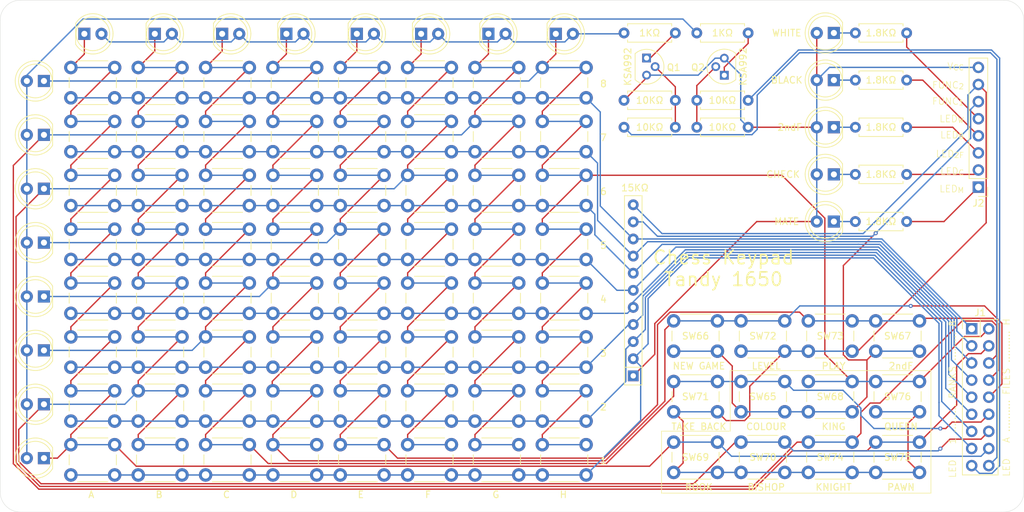
<source format=kicad_pcb>
(kicad_pcb (version 20241229) (generator "pcbnew") (generator_version "9.0")
  (title_block (title "Chess Keypad for Tandy 1650") (date "18/JAN/2026") (rev "A") (company "Brett Hallen"))
  (layers (0 "F.Cu" signal) (2 "B.Cu" signal) (13 "F.Paste" user) (15 "B.Paste" user) (5 "F.SilkS" user "F.Silkscreen") (7 "B.SilkS" user "B.Silkscreen") (1 "F.Mask" user) (3 "B.Mask" user) (25 "Edge.Cuts" user))
  (net 0 "")
  (net 1 "Net-(D1-A)")
  (net 2 "/FILE_{A}")
  (net 3 "Net-(D10-A)")
  (net 4 "/FILE_{B}")
  (net 5 "/FILE_{C}")
  (net 6 "/FILE_{D}")
  (net 7 "/FILE_{E}")
  (net 8 "/FILE_{F}")
  (net 9 "/FILE_{G}")
  (net 10 "/FILE_{H}")
  (net 11 "VCC")
  (net 12 "Net-(D17-K)")
  (net 13 "Net-(D18-K)")
  (net 14 "Net-(D19-K)")
  (net 15 "Net-(D20-K)")
  (net 16 "Net-(D21-K)")
  (net 17 "/RANK_{3}")
  (net 18 "/RANK_{4}")
  (net 19 "/RANK_{2}")
  (net 20 "/RANK_{6}")
  (net 21 "/LED_{R}")
  (net 22 "/RANK_{1}")
  (net 23 "/RANK_{7}")
  (net 24 "/RANK_{5}")
  (net 25 "/RANK_{8}")
  (net 26 "/LED_{F}")
  (net 27 "/FUNC_{1}")
  (net 28 "/LED_{C}")
  (net 29 "/LED_{M}")
  (net 30 "/FUNC_{2}")
  (net 31 "/LED_{W}")
  (net 32 "/LED_{2F}")
  (net 33 "/LED_{B}")
  (net 34 "Net-(Q1-C)")
  (net 35 "Net-(Q1-B)")
  (net 36 "Net-(Q2-C)")
  (net 37 "Net-(Q2-B)")
  (footprint "Button_Switch_THT:SW_PUSH_6mm" (layer "F.Cu") (at 107.75 112.25)
    (property "Reference" "SW62" (hide yes))
    (property "Value" "F1" (hide yes))
  )
  (footprint "Button_Switch_THT:SW_PUSH_6mm" (layer "F.Cu") (at 87.75 64.25)
    (property "Reference" "SW12" (hide yes))
    (property "Value" "D7" (hide yes))
  )
  (footprint "LED_THT:LED_D5.0mm" (layer "F.Cu") (at 53.75 106.25 180)
    (property "Reference" "D3" (hide yes))
    (property "Value" "R_{2}" (hide yes))
  )
  (footprint "LED_THT:LED_D5.0mm" (layer "F.Cu") (at 171.04 65.12 180)
    (property "Reference" "D19" (hide yes))
    (property "Value" "2ndF")
  )
  (footprint "LED_THT:LED_D5.0mm" (layer "F.Cu") (at 53.75 90.25 180)
    (property "Reference" "D7" (hide yes))
    (property "Value" "R_{4}" (hide yes))
  )
  (footprint "LED_THT:LED_D5.0mm" (layer "F.Cu") (at 171.04 51.12 180)
    (property "Reference" "D17" (hide yes))
    (property "Value" "WHITE")
  )
  (footprint "Button_Switch_THT:SW_PUSH_6mm" (layer "F.Cu") (at 97.75 80.25)
    (property "Reference" "SW29" (hide yes))
    (property "Value" "E5" (hide yes))
  )
  (footprint "Button_Switch_THT:SW_PUSH_6mm" (layer "F.Cu") (at 117.75 112.25)
    (property "Reference" "SW63" (hide yes))
    (property "Value" "G1" (hide yes))
  )
  (footprint "LED_THT:LED_D5.0mm" (layer "F.Cu") (at 171.04 79.12 180)
    (property "Reference" "D21" (hide yes))
    (property "Value" "MATE")
  )
  (footprint "Button_Switch_THT:SW_PUSH_6mm" (layer "F.Cu") (at 87.75 88.25)
    (property "Reference" "SW36" (hide yes))
    (property "Value" "D4" (hide yes))
  )
  (footprint "Button_Switch_THT:SW_PUSH_6mm" (layer "F.Cu") (at 67.75 64.25)
    (property "Reference" "SW10" (hide yes))
    (property "Value" "B7" (hide yes))
  )
  (footprint "Button_Switch_THT:SW_PUSH_6mm" (layer "F.Cu") (at 127.75 56.25)
    (property "Reference" "SW8" (hide yes))
    (property "Value" "H8" (hide yes))
  )
  (footprint "Button_Switch_THT:SW_PUSH_6mm" (layer "F.Cu") (at 147.25 111.87)
    (property "Reference" "SW69" (hide yes))
    (property "Value" "ROOK")
  )
  (footprint "Button_Switch_THT:SW_PUSH_6mm" (layer "F.Cu") (at 177.25 93.87)
    (property "Reference" "SW67" (hide yes))
    (property "Value" "2ndF")
  )
  (footprint "Button_Switch_THT:SW_PUSH_6mm" (layer "F.Cu") (at 127.75 64.25)
    (property "Reference" "SW16" (hide yes))
    (property "Value" "H7" (hide yes))
  )
  (footprint "Button_Switch_THT:SW_PUSH_6mm" (layer "F.Cu") (at 67.75 72.25)
    (property "Reference" "SW18" (hide yes))
    (property "Value" "B6" (hide yes))
  )
  (footprint "Button_Switch_THT:SW_PUSH_6mm" (layer "F.Cu") (at 177.25 111.87)
    (property "Reference" "SW75" (hide yes))
    (property "Value" "PAWN")
  )
  (footprint "Button_Switch_THT:SW_PUSH_6mm" (layer "F.Cu") (at 127.75 88.25)
    (property "Reference" "SW40" (hide yes))
    (property "Value" "H4" (hide yes))
  )
  (footprint "Button_Switch_THT:SW_PUSH_6mm" (layer "F.Cu") (at 87.75 72.25)
    (property "Reference" "SW20" (hide yes))
    (property "Value" "D6" (hide yes))
  )
  (footprint "Button_Switch_THT:SW_PUSH_6mm" (layer "F.Cu") (at 77.75 56.25)
    (property "Reference" "SW3" (hide yes))
    (property "Value" "C8" (hide yes))
  )
  (footprint "LED_THT:LED_D5.0mm" (layer "F.Cu") (at 59.75 51.25)
    (property "Reference" "D2" (hide yes))
    (property "Value" "F_{A}" (hide yes))
  )
  (footprint "LED_THT:LED_D5.0mm" (layer "F.Cu") (at 109.75 51.25)
    (property "Reference" "D12" (hide yes))
    (property "Value" "F_{F}" (hide yes))
  )
  (footprint "Button_Switch_THT:SW_PUSH_6mm" (layer "F.Cu") (at 167.25 102.87)
    (property "Reference" "SW68" (hide yes))
    (property "Value" "KING")
  )
  (footprint "Button_Switch_THT:SW_PUSH_6mm" (layer "F.Cu") (at 57.75 88.25)
    (property "Reference" "SW33" (hide yes))
    (property "Value" "A4" (hide yes))
  )
  (footprint "Button_Switch_THT:SW_PUSH_6mm" (layer "F.Cu") (at 127.75 72.25)
    (property "Reference" "SW24" (hide yes))
    (property "Value" "H6" (hide yes))
  )
  (footprint "Button_Switch_THT:SW_PUSH_6mm" (layer "F.Cu") (at 77.75 96.25)
    (property "Reference" "SW43" (hide yes))
    (property "Value" "C3" (hide yes))
  )
  (footprint "LED_THT:LED_D5.0mm" (layer "F.Cu") (at 53.75 74.25 180)
    (property "Reference" "D11" (hide yes))
    (property "Value" "R_{6}" (hide yes))
  )
  (footprint "Button_Switch_THT:SW_PUSH_6mm" (layer "F.Cu") (at 127.75 80.25)
    (property "Reference" "SW32" (hide yes))
    (property "Value" "H5" (hide yes))
  )
  (footprint "Button_Switch_THT:SW_PUSH_6mm" (layer "F.Cu") (at 157.25 102.87)
    (property "Reference" "SW65" (hide yes))
    (property "Value" "COLOUR")
  )
  (footprint "LED_THT:LED_D5.0mm" (layer "F.Cu") (at 119.75 51.25)
    (property "Reference" "D14" (hide yes))
    (property "Value" "F_{G}" (hide yes))
  )
  (footprint "Button_Switch_THT:SW_PUSH_6mm" (layer "F.Cu") (at 87.75 112.25)
    (property "Reference" "SW60" (hide yes))
    (property "Value" "D1" (hide yes))
  )
  (footprint "Button_Switch_THT:SW_PUSH_6mm" (layer "F.Cu") (at 57.75 64.25)
    (property "Reference" "SW9" (hide yes))
    (property "Value" "A7" (hide yes))
  )
  (footprint "Button_Switch_THT:SW_PUSH_6mm" (layer "F.Cu") (at 167.25 93.87)
    (property "Reference" "SW73" (hide yes))
    (property "Value" "PLAY")
  )
  (footprint "LED_THT:LED_D5.0mm" (layer "F.Cu") (at 53.75 98.25 180)
    (property "Reference" "D5" (hide yes))
    (property "Value" "R_{3}" (hide yes))
  )
  (footprint "Button_Switch_THT:SW_PUSH_6mm" (layer "F.Cu") (at 147.25 102.87)
    (property "Reference" "SW71" (hide yes))
    (property "Value" "TAKE BACK")
  )
  (footprint "Button_Switch_THT:SW_PUSH_6mm" (layer "F.Cu") (at 67.75 104.25)
    (property "Reference" "SW50" (hide yes))
    (property "Value" "B2" (hide yes))
  )
  (footprint "Resistor_THT:R_Axial_DIN0207_L6.3mm_D2.5mm_P7.62mm_Horizontal" (layer "F.Cu") (at 174.23 79.12)
    (property "Reference" "R11" (hide yes))
    (property "Value" "1.8KΩ")
  )
  (footprint "Button_Switch_THT:SW_PUSH_6mm" (layer "F.Cu") (at 107.75 64.25)
    (property "Reference" "SW14" (hide yes))
    (property "Value" "F7" (hide yes))
  )
  (footprint "LED_THT:LED_D5.0mm" (layer "F.Cu") (at 100.21 51.25)
    (property "Reference" "D10" (hide yes))
    (property "Value" "F_{E}" (hide yes))
  )
  (footprint "Resistor_THT:R_Axial_DIN0207_L6.3mm_D2.5mm_P7.62mm_Horizontal" (layer "F.Cu") (at 158.31 65.12 180)
    (property "Reference" "R6" (hide yes))
    (property "Value" "10KΩ")
  )
  (footprint "Resistor_THT:R_Axial_DIN0207_L6.3mm_D2.5mm_P7.62mm_Horizontal" (layer "F.Cu") (at 174.23 58.12)
    (property "Reference" "R8" (hide yes))
    (property "Value" "1.8KΩ")
  )
  (footprint "Button_Switch_THT:SW_PUSH_6mm" (layer "F.Cu") (at 127.75 96.25)
    (property "Reference" "SW48" (hide yes))
    (property "Value" "H3" (hide yes))
  )
  (footprint "LED_THT:LED_D5.0mm" (layer "F.Cu") (at 80.21 51.25)
    (property "Reference" "D6" (hide yes))
    (property "Value" "F_{C}" (hide yes))
  )
  (footprint "Button_Switch_THT:SW_PUSH_6mm" (layer "F.Cu") (at 67.75 80.25)
    (property "Reference" "SW26" (hide yes))
    (property "Value" "B5" (hide yes))
  )
  (footprint "Resistor_THT:R_Axial_DIN0207_L6.3mm_D2.5mm_P7.62mm_Horizontal" (layer "F.Cu") (at 147.5 61.12 180)
    (property "Reference" "R3" (hide yes))
    (property "Value" "10KΩ")
  )
  (footprint "Button_Switch_THT:SW_PUSH_6mm" (layer "F.Cu") (at 67.75 112.25)
    (property "Reference" "SW58" (hide yes))
    (property "Value" "B1" (hide yes))
  )
  (footprint "Button_Switch_THT:SW_PUSH_6mm" (layer "F.Cu") (at 57.75 72.25)
    (property "Reference" "SW17" (hide yes))
    (property "Value" "A6" (hide yes))
  )
  (footprint "Button_Switch_THT:SW_PUSH_6mm" (layer "F.Cu") (at 97.75 88.25)
    (property "Reference" "SW37" (hide yes))
    (property "Value" "E4" (hide yes))
  )
  (footprint "Button_Switch_THT:SW_PUSH_6mm" (layer "F.Cu") (at 77.75 80.25)
    (property "Reference" "SW27" (hide yes))
    (property "Value" "C5" (hide yes))
  )
  (footprint "Button_Switch_THT:SW_PUSH_6mm" (layer "F.Cu") (at 107.75 56.25)
    (property "Reference" "SW6" (hide yes))
    (property "Value" "F8" (hide yes))
  )
  (footprint "LED_THT:LED_D5.0mm" (layer "F.Cu") (at 171.04 72.12 180)
    (property "Reference" "D20" (hide yes))
    (property "Value" "CHECK")
  )
  (footprint "Button_Switch_THT:SW_PUSH_6mm" (layer "F.Cu") (at 57.75 56.25)
    (property "Reference" "SW1" (hide yes))
    (property "Value" "A8" (hide yes))
  )
  (footprint "Button_Switch_THT:SW_PUSH_6mm" (layer "F.Cu") (at 107.75 88.25)
    (property "Reference" "SW38" (hide yes))
    (property "Value" "F4" (hide yes))
  )
  (footprint "Button_Switch_THT:SW_PUSH_6mm" (layer "F.Cu") (at 77.75 72.25)
    (property "Reference" "SW19" (hide yes))
    (property "Value" "C6" (hide yes))
  )
  (footprint "Button_Switch_THT:SW_PUSH_6mm" (layer "F.Cu") (at 87.75 104.25)
    (property "Reference" "SW52" (hide yes))
    (property "Value" "D2" (hide yes))
  )
  (footprint "Resistor_THT:R_Axial_DIN0207_L6.3mm_D2.5mm_P7.62mm_Horizontal" (layer "F.Cu") (at 174.23 72.12)
    (property "Reference" "R10" (hide yes))
    (property "Value" "1.8KΩ")
  )
  (footprint "Button_Switch_THT:SW_PUSH_6mm" (layer "F.Cu") (at 67.75 88.25)
    (property "Reference" "SW34" (hide yes))
    (property "Value" "B4" (hide yes))
  )
  (footprint "Button_Switch_THT:SW_PUSH_6mm" (layer "F.Cu") (at 97.75 104.25)
    (property "Reference" "SW53" (hide yes))
    (property "Value" "E2" (hide yes))
  )
  (footprint "Package_TO_SOT_THT:TO-92L" (layer "F.Cu") (at 143.23 54.84 -90)
    (property "Reference" "Q1")
    (property "Value" "KSA992")
  )
  (footprint "Button_Switch_THT:SW_PUSH_6mm" (layer "F.Cu") (at 107.75 96.25)
    (property "Reference" "SW46" (hide yes))
    (property "Value" "F3" (hide yes))
  )
  (footprint "LED_THT:LED_D5.0mm" (layer "F.Cu") (at 70.21 51.25)
    (property "Reference" "D4" (hide yes))
    (property "Value" "F_{B}" (hide yes))
  )
  (footprint "Button_Switch_THT:SW_PUSH_6mm" (layer "F.Cu") (at 117.75 72.25)
    (property "Reference" "SW23" (hide yes))
    (property "Value" "G6" (hide yes))
  )
  (footprint "Button_Switch_THT:SW_PUSH_6mm" (layer "F.Cu") (at 167.25 111.87)
    (property "Reference" "SW74" (hide yes))
    (property "Value" "KNIGHT")
  )
  (footprint "Package_TO_SOT_THT:TO-92L" (layer "F.Cu") (at 154.77 57.4 90)
    (property "Reference" "Q2")
    (property "Value" "KSA992")
  )
  (footprint "LED_THT:LED_D5.0mm" (layer "F.Cu") (at 53.75 58.25 180)
    (property "Reference" "D15" (hide yes))
    (property "Value" "R_{8}" (hide yes))
  )
  (footprint "Resistor_THT:R_Axial_DIN0207_L6.3mm_D2.5mm_P7.62mm_Horizontal" (layer "F.Cu") (at 150.69 51.12)
    (property "Reference" "R2" (hide yes))
    (property "Value" "1KΩ")
  )
  (footprint "LED_THT:LED_D5.0mm" (layer "F.Cu") (at 53.75 114.25 180)
    (property "Reference" "D1" (hide yes))
    (property "Value" "R_{1}" (hide yes))
  )
  (footprint "Button_Switch_THT:SW_PUSH_6mm" (layer "F.Cu") (at 177.25 102.87)
    (property "Reference" "SW76" (hide yes))
    (property "Value" "QUEEN")
  )
  (footprint "Button_Switch_THT:SW_PUSH_6mm" (layer "F.Cu") (at 117.75 104.25)
    (property "Reference" "SW55" (hide yes))
    (property "Value" "G2" (hide yes))
  )
  (footprint "Button_Switch_THT:SW_PUSH_6mm" (layer "F.Cu") (at 117.75 56.25)
    (property "Reference" "SW7" (hide yes))
    (property "Value" "G8" (hide yes))
  )
  (footprint "Button_Switch_THT:SW_PUSH_6mm" (layer "F.Cu") (at 157.25 93.87)
    (property "Reference" "SW72" (hide yes))
    (property "Value" "LEVEL")
  )
  (footprint "Button_Switch_THT:SW_PUSH_6mm" (layer "F.Cu") (at 117.75 96.25)
    (property "Reference" "SW47" (hide yes))
    (property "Value" "G3" (hide yes))
  )
  (footprint "Button_Switch_THT:SW_PUSH_6mm" (layer "F.Cu") (at 87.75 80.25)
    (property "Reference" "SW28" (hide yes))
    (property "Value" "D5" (hide yes))
  )
  (footprint "Resistor_THT:R_Axial_DIN0207_L6.3mm_D2.5mm_P7.62mm_Horizontal" (layer "F.Cu") (at 174.23 51.12)
    (property "Reference" "R7" (hide yes))
    (property "Value" "1.8KΩ")
  )
  (footprint "Button_Switch_THT:SW_PUSH_6mm" (layer "F.Cu") (at 97.75 112.25)
    (property "Reference" "SW61" (hide yes))
    (property "Value" "E1" (hide yes))
  )
  (footprint "Connector_PinHeader_2.54mm:PinHeader_1x08_P2.54mm_Vertical" (layer "F.Cu") (at 192.5 74.01 180)
    (property "Reference" "J2")
    (property "Value" "Conn_01x08" (hide yes))
  )
  (footprint "Button_Switch_THT:SW_PUSH_6mm" (layer "F.Cu") (at 107.75 80.25)
    (property "Reference" "SW30" (hide yes))
    (property "Value" "F5" (hide yes))
  )
  (footprint "Button_Switch_THT:SW_PUSH_6mm" (layer "F.Cu") (at 117.75 64.25)
    (property "Reference" "SW15" (hide yes))
    (property "Value" "G7" (hide yes))
  )
  (footprint "Connector_PinHeader_2.54mm:PinHeader_2x09_P2.54mm_Vertical" (layer "F.Cu") (at 191.5 95.04)
    (property "Reference" "J1")
    (property "Value" "Conn_02x09_Counter_Clockwise" (hide yes))
  )
  (footprint "Button_Switch_THT:SW_PUSH_6mm" (layer "F.Cu") (at 57.75 80.25)
    (property "Reference" "SW25" (hide yes))
    (property "Value" "A5" (hide yes))
  )
  (footprint "Button_Switch_THT:SW_PUSH_6mm" (layer "F.Cu") (at 67.75 96.25)
    (property "Reference" "SW42" (hide yes))
    (property "Value" "B3" (hide yes))
  )
  (footprint "Button_Switch_THT:SW_PUSH_6mm" (layer "F.Cu") (at 107.75 72.25)
    (property "Reference" "SW22" (hide yes))
    (property "Value" "F6" (hide yes))
  )
  (footprint "LED_THT:LED_D5.0mm" (layer "F.Cu") (at 53.75 66.25 180)
    (property "Reference" "D13" (hide yes))
    (property "Value" "R_{7}" (hide yes))
  )
  (footprint "Button_Switch_THT:SW_PUSH_6mm" (layer "F.Cu") (at 87.75 56.25)
    (property "Reference" "SW4" (hide yes))
    (property "Value" "D8" (hide yes))
  )
  (footprint "Button_Switch_THT:SW_PUSH_6mm" (layer "F.Cu") (at 127.75 112.25)
    (property "Reference" "SW64" (hide yes))
    (property "Value" "H1" (hide yes))
  )
  (footprint "Button_Switch_THT:SW_PUSH_6mm" (layer "F.Cu") (at 57.75 104.25)
    (property "Reference" "SW49" (hide yes))
    (property "Value" "A2" (hide yes))
  )
  (footprint "Button_Switch_THT:SW_PUSH_6mm" (layer "F.Cu") (at 77.75 104.25)
    (property "Reference" "SW51" (hide yes))
    (property "Value" "C2" (hide yes))
  )
  (footprint "Button_Switch_THT:SW_PUSH_6mm" (layer "F.Cu") (at 77.75 64.25)
    (property "Reference" "SW11" (hide yes))
    (property "Value" "C7" (hide yes))
  )
  (footprint "LED_THT:LED_D5.0mm" (layer "F.Cu") (at 53.75 82.25 180)
    (property "Reference" "D9" (hide yes))
    (property "Value" "R_{5}" (hide yes))
  )
  (footprint "Button_Switch_THT:SW_PUSH_6mm" (layer "F.Cu") (at 157.25 111.87)
    (property "Reference" "SW70" (hide yes))
    (property "Value" "BISHOP")
  )
  (footprint "Button_Switch_THT:SW_PUSH_6mm" (layer "F.Cu") (at 97.75 72.25)
    (property "Reference" "SW21" (hide yes))
    (property "Value" "E6" (hide yes))
  )
  (footprint "LED_THT:LED_D5.0mm" (layer "F.Cu") (at 171.04 58.12 180)
    (property "Reference" "D18" (hide yes))
    (property "Value" "BLACK")
  )
  (footprint "Button_Switch_THT:SW_PUSH_6mm" (layer "F.Cu") (at 87.75 96.25)
    (property "Reference" "SW44" (hide yes))
    (property "Value" "D3" (hide yes))
  )
  (footprint "Resistor_THT:R_Axial_DIN0207_L6.3mm_D2.5mm_P7.62mm_Horizontal" (layer "F.Cu") (at 147.5 51.12 180)
    (property "Reference" "R1" (hide yes))
    (property "Value" "1KΩ")
  )
  (footprint "Resistor_THT:R_Array_SIP11" (layer "F.Cu") (at 141.25 102.03 90)
    (property "Reference" "RN1" (hide yes))
    (property "Value" "15KΩ")
  )
  (footprint "LED_THT:LED_D5.0mm" (layer "F.Cu") (at 129.75 51.25)
    (property "Reference" "D16" (hide yes))
    (property "Value" "F_{H}" (hide yes))
  )
  (footprint "Resistor_THT:R_Axial_DIN0207_L6.3mm_D2.5mm_P7.62mm_Horizontal" (layer "F.Cu") (at 158.31 61.12 180)
    (property "Reference" "R5" (hide yes))
    (property "Value" "10KΩ")
  )
  (footprint "Button_Switch_THT:SW_PUSH_6mm" (layer "F.Cu") (at 77.75 88.25)
    (property "Reference" "SW35" (hide yes))
    (property "Value" "C4" (hide yes))
  )
  (footprint "Button_Switch_THT:SW_PUSH_6mm" (layer "F.Cu") (at 77.75 112.25)
    (property "Reference" "SW59" (hide yes))
    (property "Value" "C1" (hide yes))
  )
  (footprint "Button_Switch_THT:SW_PUSH_6mm" (layer "F.Cu") (at 97.75 64.25)
    (property "Reference" "SW13" (hide yes))
    (property "Value" "E7" (hide yes))
  )
  (footprint "Button_Switch_THT:SW_PUSH_6mm" (layer "F.Cu") (at 117.75 80.25)
    (property "Reference" "SW31" (hide yes))
    (property "Value" "G5" (hide yes))
  )
  (footprint "Resistor_THT:R_Axial_DIN0207_L6.3mm_D2.5mm_P7.62mm_Horizontal" (layer "F.Cu") (at 174.23 65.12)
    (property "Reference" "R9" (hide yes))
    (property "Value" "1.8KΩ")
  )
  (footprint "Button_Switch_THT:SW_PUSH_6mm" (layer "F.Cu") (at 107.75 104.25)
    (property "Reference" "SW54" (hide yes))
    (property "Value" "F2" (hide yes))
  )
  (footprint "Button_Switch_THT:SW_PUSH_6mm" (layer "F.Cu") (at 117.75 88.25)
    (property "Reference" "SW39" (hide yes))
    (property "Value" "G4" (hide yes))
  )
  (footprint "Button_Switch_THT:SW_PUSH_6mm" (layer "F.Cu") (at 127.75 104.25)
    (property "Reference" "SW56" (hide yes))
    (property "Value" "H2" (hide yes))
  )
  (footprint "Button_Switch_THT:SW_PUSH_6mm" (layer "F.Cu") (at 97.75 96.25)
    (property "Reference" "SW45" (hide yes))
    (property "Value" "E3" (hide yes))
  )
  (footprint "Button_Switch_THT:SW_PUSH_6mm" (layer "F.Cu") (at 57.75 112.25)
    (property "Reference" "SW57" (hide yes))
    (property "Value" "A1" (hide yes))
  )
  (footprint "Button_Switch_THT:SW_PUSH_6mm" (layer "F.Cu") (at 147.25 93.87)
    (property "Reference" "SW66" (hide yes))
    (property "Value" "NEW GAME")
  )
  (footprint "Button_Switch_THT:SW_PUSH_6mm" (layer "F.Cu") (at 67.75 56.25)
    (property "Reference" "SW2" (hide yes))
    (property "Value" "B8" (hide yes))
  )
  (footprint "Button_Switch_THT:SW_PUSH_6mm" (layer "F.Cu") (at 57.75 96.25)
    (property "Reference" "SW41" (hide yes))
    (property "Value" "A3" (hide yes))
  )
  (footprint "Button_Switch_THT:SW_PUSH_6mm" (layer "F.Cu") (at 97.75 56.25)
    (property "Reference" "SW5" (hide yes))
    (property "Value" "E8" (hide yes))
  )
  (footprint "Resistor_THT:R_Axial_DIN0207_L6.3mm_D2.5mm_P7.62mm_Horizontal" (layer "F.Cu") (at 139.88 65.12)
    (property "Reference" "R4" (hide yes))
    (property "Value" "10KΩ")
  )
  (footprint "LED_THT:LED_D5.0mm" (layer "F.Cu") (at 89.75 51.25)
    (property "Reference" "D8" (hide yes))
    (property "Value" "F_{D}" (hide yes))
  )
  (gr_line (start 185.45 119.45) (end 185.45 101.25) (stroke (width 0.1)) (layer "F.SilkS"))
  (gr_line (start 185.45 101.25) (end 155.65 101.25) (stroke (width 0.1)) (layer "F.SilkS"))
  (gr_line (start 155.65 101.25) (end 155.65 110.25) (stroke (width 0.1)) (layer "F.SilkS"))
  (gr_line (start 145.45 119.45) (end 185.45 119.45) (stroke (width 0.1)) (layer "F.SilkS"))
  (gr_line (start 155.65 110.25) (end 145.45 110.25) (stroke (width 0.1)) (layer "F.SilkS"))
  (gr_line (start 145.45 110.25) (end 145.45 119.45) (stroke (width 0.1)) (layer "F.SilkS"))
  (gr_line (start 47.25 119.25) (end 47.25 49.25) (stroke (width 0.05)) (layer "Edge.Cuts"))
  (gr_line (start 199.25 49.25) (end 199.25 119.25) (stroke (width 0.05)) (layer "Edge.Cuts"))
  (gr_arc (start 50.25 122.25) (mid 48.12868 121.37132) (end 47.25 119.25) (stroke (width 0.05)) (layer "Edge.Cuts"))
  (gr_arc (start 47.25 49.25) (mid 48.12868 47.12868) (end 50.25 46.25) (stroke (width 0.05)) (layer "Edge.Cuts"))
  (gr_line (start 196.25 122.25) (end 50.25 122.25) (stroke (width 0.05)) (layer "Edge.Cuts"))
  (gr_arc (start 199.25 119.25) (mid 198.37132 121.37132) (end 196.25 122.25) (stroke (width 0.05)) (layer "Edge.Cuts"))
  (gr_arc (start 196.25 46.25) (mid 198.37132 47.12868) (end 199.25 49.25) (stroke (width 0.05)) (layer "Edge.Cuts"))
  (gr_line (start 50.25 46.25) (end 196.25 46.25) (stroke (width 0.05)) (layer "Edge.Cuts"))
  (gr_text "1" (at 136.25 115.25 0) (layer "F.SilkS") (effects (font (size 1 1)) (justify left bottom)))
  (gr_text "B" (at 70.25 120.25 0) (layer "F.SilkS") (effects (font (size 1 1)) (justify left bottom)))
  (gr_text "2" (at 136.25 107.25 0) (layer "F.SilkS") (effects (font (size 1 1)) (justify left bottom)))
  (gr_text "7" (at 136.25 67.25 0) (layer "F.SilkS") (effects (font (size 1 1)) (justify left bottom)))
  (gr_text "FUNC_{2}" (at 185.564286 59.45 0) (layer "F.SilkS") (effects (font (size 1 1) (thickness 0.1)) (justify left bottom)))
  (gr_text "LED_{B}" (at 186.764286 66.85 0) (layer "F.SilkS") (effects (font (size 1 1) (thickness 0.1)) (justify left bottom)))
  (gr_text "F" (at 110.25 120.25 0) (layer "F.SilkS") (effects (font (size 1 1)) (justify left bottom)))
  (gr_text "H" (at 130.25 120.25 0) (layer "F.SilkS") (effects (font (size 1 1)) (justify left bottom)))
  (gr_text "G" (at 120.25 120.25 0) (layer "F.SilkS") (effects (font (size 1 1)) (justify left bottom)))
  (gr_text "LED_{2F}" (at 186.116667 69.65 0) (layer "F.SilkS") (effects (font (size 1 1) (thickness 0.1)) (justify left bottom)))
  (gr_text "A" (at 60.25 120.25 0) (layer "F.SilkS") (effects (font (size 1 1)) (justify left bottom)))
  (gr_text "LED   1 ......... RANKS ......... 8" (at 189.25 117.25 90) (layer "F.SilkS") (effects (font (size 1 1) (thickness 0.1)) (justify left bottom)))
  (gr_text "FUNC_{1}" (at 185.564286 61.85 0) (layer "F.SilkS") (effects (font (size 1 1) (thickness 0.1)) (justify left bottom)))
  (gr_text "LED_{M}" (at 186.65 74.85 0) (layer "F.SilkS") (effects (font (size 1 1) (thickness 0.1)) (justify left bottom)))
  (gr_text "D" (at 90.25 120.25 0) (layer "F.SilkS") (effects (font (size 1 1)) (justify left bottom)))
  (gr_text "3" (at 136.25 99.25 0) (layer "F.SilkS") (effects (font (size 1 1)) (justify left bottom)))
  (gr_text "LED   A .......... FILES .......... H" (at 197.25 117.05 90) (layer "F.SilkS") (effects (font (size 1 1) (thickness 0.1)) (justify left bottom)))
  (gr_text "LED_{C}" (at 186.764286 72.25 0) (layer "F.SilkS") (effects (font (size 1 1) (thickness 0.1)) (justify left bottom)))
  (gr_text "6" (at 136.25 75.25 0) (layer "F.SilkS") (effects (font (size 1 1)) (justify left bottom)))
  (gr_text "V_{CC}" (at 187.821429 56.65 0) (layer "F.SilkS") (effects (font (size 1 1) (thickness 0.1)) (justify left bottom)))
  (gr_text "8" (at 136.25 59.25 0) (layer "F.SilkS") (effects (font (size 1 1)) (justify left bottom)))
  (gr_text "4" (at 136.25 91.25 0) (layer "F.SilkS") (effects (font (size 1 1)) (justify left bottom)))
  (gr_text "LED_{W}" (at 186.65 64.45 0) (layer "F.SilkS") (effects (font (size 1 1) (thickness 0.1)) (justify left bottom)))
  (gr_text "C" (at 80.25 120.25 0) (layer "F.SilkS") (effects (font (size 1 1)) (justify left bottom)))
  (gr_text "Chess Keypad\nTandy 1650" (at 154.65 88.85 0) (layer "F.SilkS") (effects (font (size 2 2) (thickness 0.25)) (justify bottom)))
  (gr_text "5" (at 136.25 83.25 0) (layer "F.SilkS") (effects (font (size 1 1)) (justify left bottom)))
  (gr_text "E" (at 100.25 120.25 0) (layer "F.SilkS") (effects (font (size 1 1)) (justify left bottom)))
  (segment (start 51.21 57.388) (end 59.548 49.05) (width 0.2) (layer "B.Cu") (net 1))
  (segment (start 51.21 114.25) (end 51.21 58.25) (width 0.2) (layer "B.Cu") (net 1))
  (segment (start 59.548 49.05) (end 148.62 49.05) (width 0.2) (layer "B.Cu") (net 1))
  (segment (start 148.62 49.05) (end 150.69 51.12) (width 0.2) (layer "B.Cu") (net 1))
  (segment (start 51.21 58.25) (end 51.21 57.388) (width 0.2) (layer "B.Cu") (net 1))
  (segment (start 57.75 102.75) (end 57.75 104.25) (width 0.2) (layer "F.Cu") (net 2))
  (segment (start 143.67 115.45) (end 67.45 115.45) (width 0.2) (layer "F.Cu") (net 2))
  (segment (start 64.25 88.25) (end 57.75 94.75) (width 0.2) (layer "F.Cu") (net 2))
  (segment (start 57.75 94.75) (end 57.75 96.25) (width 0.2) (layer "F.Cu") (net 2))
  (segment (start 59.75 51.25) (end 59.75 54.25) (width 0.2) (layer "F.Cu") (net 2))
  (segment (start 57.75 78.75) (end 57.75 80.25) (width 0.2) (layer "F.Cu") (net 2))
  (segment (start 64.25 80.25) (end 57.75 86.75) (width 0.2) (layer "F.Cu") (net 2))
  (segment (start 67.45 115.45) (end 64.25 112.25) (width 0.2) (layer "F.Cu") (net 2))
  (segment (start 64.25 96.25) (end 57.75 102.75) (width 0.2) (layer "F.Cu") (net 2))
  (segment (start 64.25 64.25) (end 57.75 70.75) (width 0.2) (layer "F.Cu") (net 2))
  (segment (start 57.75 86.75) (end 57.75 88.25) (width 0.2) (layer "F.Cu") (net 2))
  (segment (start 57.75 112.25) (end 55.75 114.25) (width 0.2) (layer "F.Cu") (net 2))
  (segment (start 57.75 70.75) (end 57.75 72.25) (width 0.2) (layer "F.Cu") (net 2))
  (segment (start 64.25 104.25) (end 57.75 110.75) (width 0.2) (layer "F.Cu") (net 2))
  (segment (start 59.75 54.25) (end 57.75 56.25) (width 0.2) (layer "F.Cu") (net 2))
  (segment (start 64.25 72.25) (end 57.75 78.75) (width 0.2) (layer "F.Cu") (net 2))
  (segment (start 57.75 62.75) (end 57.75 64.25) (width 0.2) (layer "F.Cu") (net 2))
  (segment (start 55.75 114.25) (end 53.75 114.25) (width 0.2) (layer "F.Cu") (net 2))
  (segment (start 147.25 111.87) (end 143.67 115.45) (width 0.2) (layer "F.Cu") (net 2))
  (segment (start 64.25 56.25) (end 57.75 62.75) (width 0.2) (layer "F.Cu") (net 2))
  (segment (start 57.75 110.75) (end 57.75 112.25) (width 0.2) (layer "F.Cu") (net 2))
  (segment (start 194.04 112.82) (end 192.889 113.971) (width 0.2) (layer "B.Cu") (net 2))
  (segment (start 64.25 112.25) (end 57.75 112.25) (width 0.2) (layer "B.Cu") (net 2))
  (segment (start 64.25 96.25) (end 57.75 96.25) (width 0.2) (layer "B.Cu") (net 2))
  (segment (start 192.889 113.971) (end 155.851 113.971) (width 0.2) (layer "B.Cu") (net 2))
  (segment (start 64.25 104.25) (end 57.75 104.25) (width 0.2) (layer "B.Cu") (net 2))
  (segment (start 64.25 72.25) (end 57.75 72.25) (width 0.2) (layer "B.Cu") (net 2))
  (segment (start 64.25 80.25) (end 57.75 80.25) (width 0.2) (layer "B.Cu") (net 2))
  (segment (start 64.25 64.25) (end 57.75 64.25) (width 0.2) (layer "B.Cu") (net 2))
  (segment (start 147.25 111.87) (end 153.75 111.87) (width 0.2) (layer "B.Cu") (net 2))
  (segment (start 155.851 113.971) (end 153.75 111.87) (width 0.2) (layer "B.Cu") (net 2))
  (segment (start 64.25 56.25) (end 57.75 56.25) (width 0.2) (layer "B.Cu") (net 2))
  (segment (start 64.25 88.25) (end 57.75 88.25) (width 0.2) (layer "B.Cu") (net 2))
  (segment (start 102.75 51.25) (end 103.951 52.451) (width 0.2) (layer "B.Cu") (net 3))
  (segment (start 121.089 52.451) (end 122.29 51.25) (width 0.2) (layer "B.Cu") (net 3))
  (segment (start 73.951 52.451) (end 81.549 52.451) (width 0.2) (layer "B.Cu") (net 3))
  (segment (start 93.491 52.451) (end 101.549 52.451) (width 0.2) (layer "B.Cu") (net 3))
  (segment (start 83.951 52.451) (end 91.089 52.451) (width 0.2) (layer "B.Cu") (net 3))
  (segment (start 103.951 52.451) (end 111.089 52.451) (width 0.2) (layer "B.Cu") (net 3))
  (segment (start 113.491 52.451) (end 121.089 52.451) (width 0.2) (layer "B.Cu") (net 3))
  (segment (start 92.29 51.25) (end 93.491 52.451) (width 0.2) (layer "B.Cu") (net 3))
  (segment (start 112.29 51.25) (end 113.491 52.451) (width 0.2) (layer "B.Cu") (net 3))
  (segment (start 81.549 52.451) (end 82.75 51.25) (width 0.2) (layer "B.Cu") (net 3))
  (segment (start 71.549 52.451) (end 72.75 51.25) (width 0.2) (layer "B.Cu") (net 3))
  (segment (start 63.491 52.451) (end 71.549 52.451) (width 0.2) (layer "B.Cu") (net 3))
  (segment (start 111.089 52.451) (end 112.29 51.25) (width 0.2) (layer "B.Cu") (net 3))
  (segment (start 139.75 51.25) (end 139.88 51.12) (width 0.2) (layer "B.Cu") (net 3))
  (segment (start 131.089 52.451) (end 132.29 51.25) (width 0.2) (layer "B.Cu") (net 3))
  (segment (start 91.089 52.451) (end 92.29 51.25) (width 0.2) (layer "B.Cu") (net 3))
  (segment (start 82.75 51.25) (end 83.951 52.451) (width 0.2) (layer "B.Cu") (net 3))
  (segment (start 62.29 51.25) (end 63.491 52.451) (width 0.2) (layer "B.Cu") (net 3))
  (segment (start 132.29 51.25) (end 139.75 51.25) (width 0.2) (layer "B.Cu") (net 3))
  (segment (start 101.549 52.451) (end 102.75 51.25) (width 0.2) (layer "B.Cu") (net 3))
  (segment (start 122.29 51.25) (end 123.491 52.451) (width 0.2) (layer "B.Cu") (net 3))
  (segment (start 72.75 51.25) (end 73.951 52.451) (width 0.2) (layer "B.Cu") (net 3))
  (segment (start 123.491 52.451) (end 131.089 52.451) (width 0.2) (layer "B.Cu") (net 3))
  (segment (start 67.75 110.75) (end 67.75 112.25) (width 0.2) (layer "F.Cu") (net 4))
  (segment (start 67.75 94.75) (end 67.75 96.25) (width 0.2) (layer "F.Cu") (net 4))
  (segment (start 67.75 86.75) (end 67.75 88.25) (width 0.2) (layer "F.Cu") (net 4))
  (segment (start 67.75 102.75) (end 67.75 104.25) (width 0.2) (layer "F.Cu") (net 4))
  (segment (start 50.009 114.747471) (end 50.009 109.991) (width 0.2) (layer "F.Cu") (net 4))
  (segment (start 74.25 56.25) (end 67.75 62.75) (width 0.2) (layer "F.Cu") (net 4))
  (segment (start 74.25 80.25) (end 67.75 86.75) (width 0.2) (layer "F.Cu") (net 4))
  (segment (start 192.889 111.431) (end 188.269 111.431) (width 0.2) (layer "F.Cu") (net 4))
  (segment (start 74.25 104.25) (end 67.75 110.75) (width 0.2) (layer "F.Cu") (net 4))
  (segment (start 150.229108 118.051) (end 53.312529 118.051) (width 0.2) (layer "F.Cu") (net 4))
  (segment (start 157.25 111.87) (end 156.410108 111.87) (width 0.2) (layer "F.Cu") (net 4))
  (segment (start 74.25 72.25) (end 67.75 78.75) (width 0.2) (layer "F.Cu") (net 4))
  (segment (start 74.25 96.25) (end 67.75 102.75) (width 0.2) (layer "F.Cu") (net 4))
  (segment (start 50.009 109.991) (end 53.75 106.25) (width 0.2) (layer "F.Cu") (net 4))
  (segment (start 194.04 110.28) (end 192.889 111.431) (width 0.2) (layer "F.Cu") (net 4))
  (segment (start 156.410108 111.87) (end 150.229108 118.051) (width 0.2) (layer "F.Cu") (net 4))
  (segment (start 188.269 111.431) (end 186.85 112.85) (width 0.2) (layer "F.Cu") (net 4))
  (segment (start 67.75 62.75) (end 67.75 64.25) (width 0.2) (layer "F.Cu") (net 4))
  (segment (start 74.25 88.25) (end 67.75 94.75) (width 0.2) (layer "F.Cu") (net 4))
  (segment (start 70.21 53.79) (end 67.75 56.25) (width 0.2) (layer "F.Cu") (net 4))
  (segment (start 53.312529 118.051) (end 50.009 114.747471) (width 0.2) (layer "F.Cu") (net 4))
  (segment (start 74.25 64.25) (end 67.75 70.75) (width 0.2) (layer "F.Cu") (net 4))
  (segment (start 67.75 78.75) (end 67.75 80.25) (width 0.2) (layer "F.Cu") (net 4))
  (segment (start 70.21 51.25) (end 70.21 53.79) (width 0.2) (layer "F.Cu") (net 4))
  (segment (start 67.75 70.75) (end 67.75 72.25) (width 0.2) (layer "F.Cu") (net 4))
  (via (at 186.85 112.85) (size 0.6) (drill 0.3) (layers "F.Cu" "B.Cu") (net 4))
  (segment (start 74.25 88.25) (end 67.75 88.25) (width 0.2) (layer "B.Cu") (net 4))
  (segment (start 74.25 96.25) (end 67.75 96.25) (width 0.2) (layer "B.Cu") (net 4))
  (segment (start 74.25 80.25) (end 67.75 80.25) (width 0.2) (layer "B.Cu") (net 4))
  (segment (start 165.051 113.171) (end 163.75 111.87) (width 0.2) (layer "B.Cu") (net 4))
  (segment (start 74.25 56.25) (end 67.75 56.25) (width 0.2) (layer "B.Cu") (net 4))
  (segment (start 53.75 106.25) (end 65.75 106.25) (width 0.2) (layer "B.Cu") (net 4))
  (segment (start 65.75 106.25) (end 67.75 104.25) (width 0.2) (layer "B.Cu") (net 4))
  (segment (start 74.25 112.25) (end 67.75 112.25) (width 0.2) (layer "B.Cu") (net 4))
  (segment (start 74.25 104.25) (end 67.75 104.25) (width 0.2) (layer "B.Cu") (net 4))
  (segment (start 74.25 64.25) (end 67.75 64.25) (width 0.2) (layer "B.Cu") (net 4))
  (segment (start 157.25 111.87) (end 163.75 111.87) (width 0.2) (layer "B.Cu") (net 4))
  (segment (start 186.529 113.171) (end 165.051 113.171) (width 0.2) (layer "B.Cu") (net 4))
  (segment (start 186.85 112.85) (end 186.529 113.171) (width 0.2) (layer "B.Cu") (net 4))
  (segment (start 74.25 72.25) (end 67.75 72.25) (width 0.2) (layer "B.Cu") (net 4))
  (segment (start 84.25 64.25) (end 77.75 70.75) (width 0.2) (layer "F.Cu") (net 5))
  (segment (start 84.25 88.25) (end 77.75 94.75) (width 0.2) (layer "F.Cu") (net 5))
  (segment (start 147.25 105.05) (end 137.25 115.05) (width 0.2) (layer "F.Cu") (net 5))
  (segment (start 77.75 78.75) (end 77.75 80.25) (width 0.2) (layer "F.Cu") (net 5))
  (segment (start 84.25 104.25) (end 77.75 110.75) (width 0.2) (layer "F.Cu") (net 5))
  (segment (start 137.25 115.05) (end 87.05 115.05) (width 0.2) (layer "F.Cu") (net 5))
  (segment (start 77.75 70.75) (end 77.75 72.25) (width 0.2) (layer "F.Cu") (net 5))
  (segment (start 84.25 96.25) (end 77.75 102.75) (width 0.2) (layer "F.Cu") (net 5))
  (segment (start 77.75 62.75) (end 77.75 64.25) (width 0.2) (layer "F.Cu") (net 5))
  (segment (start 84.25 72.25) (end 77.75 78.75) (width 0.2) (layer "F.Cu") (net 5))
  (segment (start 77.75 86.75) (end 77.75 88.25) (width 0.2) (layer "F.Cu") (net 5))
  (segment (start 84.25 56.25) (end 77.75 62.75) (width 0.2) (layer "F.Cu") (net 5))
  (segment (start 147.25 102.87) (end 147.25 105.05) (width 0.2) (layer "F.Cu") (net 5))
  (segment (start 87.05 115.05) (end 84.25 112.25) (width 0.2) (layer "F.Cu") (net 5))
  (segment (start 77.75 94.75) (end 77.75 96.25) (width 0.2) (layer "F.Cu") (net 5))
  (segment (start 84.25 80.25) (end 77.75 86.75) (width 0.2) (layer "F.Cu") (net 5))
  (segment (start 188.609 108.891) (end 192.889 108.891) (width 0.2) (layer "F.Cu") (net 5))
  (segment (start 192.889 108.891) (end 194.04 107.74) (width 0.2) (layer "F.Cu") (net 5))
  (segment (start 77.75 110.75) (end 77.75 112.25) (width 0.2) (layer "F.Cu") (net 5))
  (segment (start 186.85 109.85) (end 187.65 109.85) (width 0.2) (layer "F.Cu") (net 5))
  (segment (start 77.75 102.75) (end 77.75 104.25) (width 0.2) (layer "F.Cu") (net 5))
  (segment (start 187.65 109.85) (end 188.609 108.891) (width 0.2) (layer "F.Cu") (net 5))
  (segment (start 80.21 51.25) (end 80.21 53.79) (width 0.2) (layer "F.Cu") (net 5))
  (segment (start 80.21 53.79) (end 77.75 56.25) (width 0.2) (layer "F.Cu") (net 5))
  (via (at 186.85 109.85) (size 0.6) (drill 0.3) (layers "F.Cu" "B.Cu") (net 5))
  (segment (start 75.75 98.25) (end 77.75 96.25) (width 0.2) (layer "B.Cu") (net 5))
  (segment (start 77.75 72.25) (end 84.25 72.25) (width 0.2) (layer "B.Cu") (net 5))
  (segment (start 53.75 98.25) (end 75.75 98.25) (width 0.2) (layer "B.Cu") (net 5))
  (segment (start 84.25 96.25) (end 77.75 96.25) (width 0.2) (layer "B.Cu") (net 5))
  (segment (start 175.051 107.908892) (end 175.051 106.831108) (width 0.2) (layer "B.Cu") (net 5))
  (segment (start 176.992108 109.85) (end 175.051 107.908892) (width 0.2) (layer "B.Cu") (net 5))
  (segment (start 186.85 109.85) (end 176.992108 109.85) (width 0.2) (layer "B.Cu") (net 5))
  (segment (start 77.75 80.25) (end 84.25 80.25) (width 0.2) (layer "B.Cu") (net 5))
  (segment (start 84.25 88.25) (end 77.75 88.25) (width 0.2) (layer "B.Cu") (net 5))
  (segment (start 175.051 106.831108) (end 172.390892 104.171) (width 0.2) (layer "B.Cu") (net 5))
  (segment (start 84.25 104.25) (end 77.75 104.25) (width 0.2) (layer "B.Cu") (net 5))
  (segment (start 77.75 56.25) (end 84.25 56.25) (width 0.2) (layer "B.Cu") (net 5))
  (segment (start 84.25 112.25) (end 77.75 112.25) (width 0.2) (layer "B.Cu") (net 5))
  (segment (start 77.75 64.25) (end 84.25 64.25) (width 0.2) (layer "B.Cu") (net 5))
  (segment (start 172.390892 104.171) (end 165.051 104.171) (width 0.2) (layer "B.Cu") (net 5))
  (segment (start 147.25 102.87) (end 163.75 102.87) (width 0.2) (layer "B.Cu") (net 5))
  (segment (start 165.051 104.171) (end 163.75 102.87) (width 0.2) (layer "B.Cu") (net 5))
  (segment (start 87.75 78.75) (end 87.75 80.25) (width 0.2) (layer "F.Cu") (net 6))
  (segment (start 137.0839 114.649) (end 90.149 114.649) (width 0.2) (layer "F.Cu") (net 6))
  (segment (start 94.25 56.25) (end 87.75 62.75) (width 0.2) (layer "F.Cu") (net 6))
  (segment (start 195.993 94.23104) (end 193.41196 91.65) (width 0.2) (layer "F.Cu") (net 6))
  (segment (start 94.25 96.25) (end 87.65 102.85) (width 0.2) (layer "F.Cu") (net 6))
  (segment (start 94.25 104.25) (end 87.75 110.75) (width 0.2) (layer "F.Cu") (net 6))
  (segment (start 145.949 105.7839) (end 137.0839 114.649) (width 0.2) (layer "F.Cu") (net 6))
  (segment (start 145.949 95.171) (end 145.949 105.7839) (width 0.2) (layer "F.Cu") (net 6))
  (segment (start 87.75 110.75) (end 87.75 112.25) (width 0.2) (layer "F.Cu") (net 6))
  (segment (start 94.25 72.25) (end 87.75 78.75) (width 0.2) (layer "F.Cu") (net 6))
  (segment (start 94.25 64.25) (end 87.75 70.75) (width 0.2) (layer "F.Cu") (net 6))
  (segment (start 94.25 80.25) (end 87.75 86.75) (width 0.2) (layer "F.Cu") (net 6))
  (segment (start 87.65 104.15) (end 87.75 104.25) (width 0.2) (layer "F.Cu") (net 6))
  (segment (start 147.25 93.87) (end 145.949 95.171) (width 0.2) (layer "F.Cu") (net 6))
  (segment (start 194.04 105.2) (end 195.993 103.247) (width 0.2) (layer "F.Cu") (net 6))
  (segment (start 89.75 51.25) (end 89.75 54.25) (width 0.2) (layer "F.Cu") (net 6))
  (segment (start 87.75 70.75) (end 87.75 72.25) (width 0.2) (layer "F.Cu") (net 6))
  (segment (start 87.65 102.85) (end 87.65 104.15) (width 0.2) (layer "F.Cu") (net 6))
  (segment (start 87.75 94.75) (end 87.75 96.25) (width 0.2) (layer "F.Cu") (net 6))
  (segment (start 89.75 54.25) (end 87.75 56.25) (width 0.2) (layer "F.Cu") (net 6))
  (segment (start 87.75 86.75) (end 87.75 88.25) (width 0.2) (layer "F.Cu") (net 6))
  (segment (start 87.75 62.75) (end 87.75 64.25) (width 0.2) (layer "F.Cu") (net 6))
  (segment (start 193.41196 91.65) (end 182.45 91.65) (width 0.2) (layer "F.Cu") (net 6))
  (segment (start 195.993 103.247) (end 195.993 94.23104) (width 0.2) (layer "F.Cu") (net 6))
  (segment (start 94.25 88.25) (end 87.75 94.75) (width 0.2) (layer "F.Cu") (net 6))
  (segment (start 90.149 114.649) (end 87.75 112.25) (width 0.2) (layer "F.Cu") (net 6))
  (via (at 182.45 91.65) (size 0.6) (drill 0.3) (layers "F.Cu" "B.Cu") (net 6))
  (segment (start 53.75 90.25) (end 85.75 90.25) (width 0.2) (layer "B.Cu") (net 6))
  (segment (start 94.25 80.25) (end 87.75 80.25) (width 0.2) (layer "B.Cu") (net 6))
  (segment (start 94.25 112.25) (end 87.75 112.25) (width 0.2) (layer "B.Cu") (net 6))
  (segment (start 147.25 93.87) (end 163.75 93.87) (width 0.2) (layer "B.Cu") (net 6))
  (segment (start 94.25 72.25) (end 87.75 72.25) (width 0.2) (layer "B.Cu") (net 6))
  (segment (start 94.25 64.25) (end 87.75 64.25) (width 0.2) (layer "B.Cu") (net 6))
  (segment (start 94.25 56.25) (end 87.75 56.25) (width 0.2) (layer "B.Cu") (net 6))
  (segment (start 94.25 88.25) (end 87.75 88.25) (width 0.2) (layer "B.Cu") (net 6))
  (segment (start 85.75 90.25) (end 87.75 88.25) (width 0.2) (layer "B.Cu") (net 6))
  (segment (start 182.45 91.65) (end 165.97 91.65) (width 0.2) (layer "B.Cu") (net 6))
  (segment (start 165.97 91.65) (end 163.75 93.87) (width 0.2) (layer "B.Cu") (net 6))
  (segment (start 94.25 104.25) (end 87.75 104.25) (width 0.2) (layer "B.Cu") (net 6))
  (segment (start 94.25 96.25) (end 87.75 96.25) (width 0.2) (layer "B.Cu") (net 6))
  (segment (start 104.25 104.25) (end 97.75 110.75) (width 0.2) (layer "F.Cu") (net 7))
  (segment (start 97.75 110.75) (end 97.75 112.25) (width 0.2) (layer "F.Cu") (net 7))
  (segment (start 195.592 101.108) (end 195.592 94.39714) (width 0.2) (layer "F.Cu") (net 7))
  (segment (start 104.25 80.25) (end 97.75 86.75) (width 0.2) (layer "F.Cu") (net 7))
  (segment (start 97.75 78.75) (end 97.75 80.25) (width 0.2) (layer "F.Cu") (net 7))
  (segment (start 97.75 102.75) (end 97.75 104.25) (width 0.2) (layer "F.Cu") (net 7))
  (segment (start 136.9178 114.248) (end 106.248 114.248) (width 0.2) (layer "F.Cu") (net 7))
  (segment (start 97.75 70.75) (end 97.75 72.25) (width 0.2) (layer "F.Cu") (net 7))
  (segment (start 100.21 53.79) (end 97.75 56.25) (width 0.2) (layer "F.Cu") (net 7))
  (segment (start 97.75 86.75) (end 97.75 88.25) (width 0.2) (layer "F.Cu") (net 7))
  (segment (start 167.25 93.87) (end 165.949 92.569) (width 0.2) (layer "F.Cu") (net 7))
  (segment (start 104.25 96.25) (end 97.75 102.75) (width 0.2) (layer "F.Cu") (net 7))
  (segment (start 100.21 51.25) (end 100.21 53.79) (width 0.2) (layer "F.Cu") (net 7))
  (segment (start 194.04 102.66) (end 195.592 101.108) (width 0.2) (layer "F.Cu") (net 7))
  (segment (start 144.85 106.3158) (end 136.9178 114.248) (width 0.2) (layer "F.Cu") (net 7))
  (segment (start 195.592 94.39714) (end 194.68286 93.488) (width 0.2) (layer "F.Cu") (net 7))
  (segment (start 104.25 56.25) (end 97.75 62.75) (width 0.2) (layer "F.Cu") (net 7))
  (segment (start 146.711108 92.569) (end 144.85 94.430108) (width 0.2) (layer "F.Cu") (net 7))
  (segment (start 97.75 62.75) (end 97.75 64.25) (width 0.2) (layer "F.Cu") (net 7))
  (segment (start 184.132 93.488) (end 183.75 93.87) (width 0.2) (layer "F.Cu") (net 7))
  (segment (start 104.25 72.25) (end 97.75 78.75) (width 0.2) (layer "F.Cu") (net 7))
  (segment (start 165.949 92.569) (end 146.711108 92.569) (width 0.2) (layer "F.Cu") (net 7))
  (segment (start 104.25 64.25) (end 97.75 70.75) (width 0.2) (layer "F.Cu") (net 7))
  (segment (start 104.25 88.25) (end 97.75 94.75) (width 0.2) (layer "F.Cu") (net 7))
  (segment (start 194.68286 93.488) (end 184.132 93.488) (width 0.2) (layer "F.Cu") (net 7))
  (segment (start 106.248 114.248) (end 104.25 112.25) (width 0.2) (layer "F.Cu") (net 7))
  (segment (start 97.75 94.75) (end 97.75 96.25) (width 0.2) (layer "F.Cu") (net 7))
  (segment (start 144.85 94.430108) (end 144.85 106.3158) (width 0.2) (layer "F.Cu") (net 7))
  (segment (start 104.25 72.25) (end 97.75 72.25) (width 0.2) (layer "B.Cu") (net 7))
  (segment (start 53.75 82.25) (end 95.75 82.25) (width 0.2) (layer "B.Cu") (net 7))
  (segment (start 104.25 88.25) (end 97.75 88.25) (width 0.2) (layer "B.Cu") (net 7))
  (segment (start 104.25 64.25) (end 97.75 64.25) (width 0.2) (layer "B.Cu") (net 7))
  (segment (start 167.25 93.87) (end 183.75 93.87) (width 0.2) (layer "B.Cu") (net 7))
  (segment (start 104.25 104.25) (end 97.75 104.25) (width 0.2) (layer "B.Cu") (net 7))
  (segment (start 104.25 112.25) (end 97.75 112.25) (width 0.2) (layer "B.Cu") (net 7))
  (segment (start 104.25 80.25) (end 97.75 80.25) (width 0.2) (layer "B.Cu") (net 7))
  (segment (start 95.75 82.25) (end 97.75 80.25) (width 0.2) (layer "B.Cu") (net 7))
  (segment (start 104.25 96.25) (end 97.75 96.25) (width 0.2) (layer "B.Cu") (net 7))
  (segment (start 104.25 56.25) (end 97.75 56.25) (width 0.2) (layer "B.Cu") (net 7))
  (segment (start 107.75 86.75) (end 107.75 88.25) (width 0.2) (layer "F.Cu") (net 8))
  (segment (start 107.75 94.75) (end 107.75 96.25) (width 0.2) (layer "F.Cu") (net 8))
  (segment (start 114.25 96.25) (end 107.75 102.75) (width 0.2) (layer "F.Cu") (net 8))
  (segment (start 114.25 72.25) (end 107.75 78.75) (width 0.2) (layer "F.Cu") (net 8))
  (segment (start 177.890892 106.069) (end 176.431 106.069) (width 0.2) (layer "F.Cu") (net 8))
  (segment (start 194.04 100.12) (end 195.191 98.969) (width 0.2) (layer "F.Cu") (net 8))
  (segment (start 195.191 94.56324) (end 194.51676 93.889) (width 0.2) (layer "F.Cu") (net 8))
  (segment (start 167.25 111.87) (end 165.589892 111.87) (width 0.2) (layer "F.Cu") (net 8))
  (segment (start 49.608 114.913571) (end 49.608 78.392) (width 0.2) (layer "F.Cu") (net 8))
  (segment (start 195.191 98.969) (end 195.191 94.56324) (width 0.2) (layer "F.Cu") (net 8))
  (segment (start 114.25 56.25) (end 107.75 62.75) (width 0.2) (layer "F.Cu") (net 8))
  (segment (start 114.25 80.25) (end 107.75 86.75) (width 0.2) (layer "F.Cu") (net 8))
  (segment (start 109.75 54.25) (end 107.75 56.25) (width 0.2) (layer "F.Cu") (net 8))
  (segment (start 114.25 104.25) (end 107.75 110.75) (width 0.2) (layer "F.Cu") (net 8))
  (segment (start 190.070892 93.889) (end 177.890892 106.069) (width 0.2) (layer "F.Cu") (net 8))
  (segment (start 107.75 78.75) (end 107.75 80.25) (width 0.2) (layer "F.Cu") (net 8))
  (segment (start 165.589892 111.87) (end 159.007892 118.452) (width 0.2) (layer "F.Cu") (net 8))
  (segment (start 175.051 107.449) (end 175.051 110.569) (width 0.2) (layer "F.Cu") (net 8))
  (segment (start 176.431 106.069) (end 175.051 107.449) (width 0.2) (layer "F.Cu") (net 8))
  (segment (start 107.75 110.75) (end 107.75 112.25) (width 0.2) (layer "F.Cu") (net 8))
  (segment (start 53.146429 118.452) (end 49.608 114.913571) (width 0.2) (layer "F.Cu") (net 8))
  (segment (start 175.051 110.569) (end 173.75 111.87) (width 0.2) (layer "F.Cu") (net 8))
  (segment (start 114.25 88.25) (end 107.75 94.75) (width 0.2) (layer "F.Cu") (net 8))
  (segment (start 109.75 51.25) (end 109.75 54.25) (width 0.2) (layer "F.Cu") (net 8))
  (segment (start 49.608 78.392) (end 53.75 74.25) (width 0.2) (layer "F.Cu") (net 8))
  (segment (start 107.75 62.75) (end 107.75 64.25) (width 0.2) (layer "F.Cu") (net 8))
  (segment (start 159.007892 118.452) (end 53.146429 118.452) (width 0.2) (layer "F.Cu") (net 8))
  (segment (start 107.75 70.75) (end 107.75 72.25) (width 0.2) (layer "F.Cu") (net 8))
  (segment (start 107.75 102.75) (end 107.75 104.25) (width 0.2) (layer "F.Cu") (net 8))
  (segment (start 114.25 64.25) (end 107.75 70.75) (width 0.2) (layer "F.Cu") (net 8))
  (segment (start 194.51676 93.889) (end 190.070892 93.889) (width 0.2) (layer "F.Cu") (net 8))
  (segment (start 105.75 74.25) (end 107.75 72.25) (width 0.2) (layer "B.Cu") (net 8))
  (segment (start 114.25 88.25) (end 107.75 88.25) (width 0.2) (layer "B.Cu") (net 8))
  (segment (start 114.25 80.25) (end 107.75 80.25) (width 0.2) (layer "B.Cu") (net 8))
  (segment (start 114.25 56.25) (end 107.75 56.25) (width 0.2) (layer "B.Cu") (net 8))
  (segment (start 114.25 96.25) (end 107.75 96.25) (width 0.2) (layer "B.Cu") (net 8))
  (segment (start 53.75 74.25) (end 105.75 74.25) (width 0.2) (layer "B.Cu") (net 8))
  (segment (start 114.25 104.25) (end 107.75 104.25) (width 0.2) (layer "B.Cu") (net 8))
  (segment (start 114.25 64.25) (end 107.75 64.25) (width 0.2) (layer "B.Cu") (net 8))
  (segment (start 114.25 72.25) (end 107.75 72.25) (width 0.2) (layer "B.Cu") (net 8))
  (segment (start 114.25 112.25) (end 107.75 112.25) (width 0.2) (layer "B.Cu") (net 8))
  (segment (start 167.25 111.87) (end 173.75 111.87) (width 0.2) (layer "B.Cu") (net 8))
  (segment (start 159.173992 118.853) (end 52.980329 118.853) (width 0.2) (layer "F.Cu") (net 9))
  (segment (start 124.25 72.25) (end 117.75 78.75) (width 0.2) (layer "F.Cu") (net 9))
  (segment (start 192.889 98.731) (end 194.04 97.58) (width 0.2) (layer "F.Cu") (net 9))
  (segment (start 124.25 80.25) (end 117.75 86.75) (width 0.2) (layer "F.Cu") (net 9))
  (segment (start 189.269 100.48524) (end 191.02324 98.731) (width 0.2) (layer "F.Cu") (net 9))
  (segment (start 124.25 88.25) (end 117.75 94.75) (width 0.2) (layer "F.Cu") (net 9))
  (segment (start 177.25 111.87) (end 175.949 113.171) (width 0.2) (layer "F.Cu") (net 9))
  (segment (start 117.75 78.75) (end 117.75 80.25) (width 0.2) (layer "F.Cu") (net 9))
  (segment (start 117.75 62.75) (end 117.75 64.25) (width 0.2) (layer "F.Cu") (net 9))
  (segment (start 189.269 106.351) (end 189.269 100.48524) (width 0.2) (layer "F.Cu") (net 9))
  (segment (start 49.207 115.079671) (end 49.207 70.793) (width 0.2) (layer "F.Cu") (net 9))
  (segment (start 183.75 111.87) (end 189.269 106.351) (width 0.2) (layer "F.Cu") (net 9))
  (segment (start 164.855992 113.171) (end 159.173992 118.853) (width 0.2) (layer "F.Cu") (net 9))
  (segment (start 124.25 104.25) (end 117.75 110.75) (width 0.2) (layer "F.Cu") (net 9))
  (segment (start 117.75 94.75) (end 117.75 96.25) (width 0.2) (layer "F.Cu") (net 9))
  (segment (start 119.75 54.25) (end 117.75 56.25) (width 0.2) (layer "F.Cu") (net 9))
  (segment (start 175.949 113.171) (end 164.855992 113.171) (width 0.2) (layer "F.Cu") (net 9))
  (segment (start 117.75 86.75) (end 117.75 88.25) (width 0.2) (layer "F.Cu") (net 9))
  (segment (start 117.75 70.75) (end 117.75 72.25) (width 0.2) (layer "F.Cu") (net 9))
  (segment (start 191.02324 98.731) (end 192.889 98.731) (width 0.2) (layer "F.Cu") (net 9))
  (segment (start 124.25 64.25) (end 117.75 70.75) (width 0.2) (layer "F.Cu") (net 9))
  (segment (start 117.75 110.75) (end 117.75 112.25) (width 0.2) (layer "F.Cu") (net 9))
  (segment (start 119.75 51.25) (end 119.75 54.25) (width 0.2) (layer "F.Cu") (net 9))
  (segment (start 117.75 102.75) (end 117.75 104.25) (width 0.2) (layer "F.Cu") (net 9))
  (segment (start 52.980329 118.853) (end 49.207 115.079671) (width 0.2) (layer "F.Cu") (net 9))
  (segment (start 124.25 96.25) (end 117.75 102.75) (width 0.2) (layer "F.Cu") (net 9))
  (segment (start 124.25 56.25) (end 117.75 62.75) (width 0.2) (layer "F.Cu") (net 9))
  (segment (start 49.207 70.793) (end 53.75 66.25) (width 0.2) (layer "F.Cu") (net 9))
  (segment (start 53.75 66.25) (end 115.75 66.25) (width 0.2) (layer "B.Cu") (net 9))
  (segment (start 177.25 111.87) (end 183.75 111.87) (width 0.2) (layer "B.Cu") (net 9))
  (segment (start 115.75 66.25) (end 117.75 64.25) (width 0.2) (layer "B.Cu") (net 9))
  (segment (start 124.25 64.25) (end 117.75 64.25) (width 0.2) (layer "B.Cu") (net 9))
  (segment (start 124.25 80.25) (end 117.75 80.25) (width 0.2) (layer "B.Cu") (net 9))
  (segment (start 124.25 72.25) (end 117.75 72.25) (width 0.2) (layer "B.Cu") (net 9))
  (segment (start 124.25 88.25) (end 117.75 88.25) (width 0.2) (layer "B.Cu") (net 9))
  (segment (start 124.25 56.25) (end 117.75 56.25) (width 0.2) (layer "B.Cu") (net 9))
  (segment (start 124.25 104.25) (end 117.75 104.25) (width 0.2) (layer "B.Cu") (net 9))
  (segment (start 124.25 96.25) (end 117.75 96.25) (width 0.2) (layer "B.Cu") (net 9))
  (segment (start 124.25 112.25) (end 117.75 112.25) (width 0.2) (layer "B.Cu") (net 9))
  (segment (start 127.75 102.75) (end 127.75 104.25) (width 0.2) (layer "F.Cu") (net 10))
  (segment (start 127.75 110.75) (end 127.75 112.25) (width 0.2) (layer "F.Cu") (net 10))
  (segment (start 129.75 54.25) (end 127.75 56.25) (width 0.2) (layer "F.Cu") (net 10))
  (segment (start 134.25 104.25) (end 127.75 110.75) (width 0.2) (layer "F.Cu") (net 10))
  (segment (start 134.25 88.25) (end 127.75 94.75) (width 0.2) (layer "F.Cu") (net 10))
  (segment (start 127.75 62.75) (end 127.75 64.25) (width 0.2) (layer "F.Cu") (net 10))
  (segment (start 134.25 56.25) (end 127.75 62.75) (width 0.2) (layer "F.Cu") (net 10))
  (segment (start 127.75 94.75) (end 127.75 96.25) (width 0.2) (layer "F.Cu") (net 10))
  (segment (start 169.701 78.622529) (end 169.701 98.821) (width 0.2) (layer "F.Cu") (net 10))
  (segment (start 127.75 78.75) (end 127.75 80.25) (width 0.2) (layer "F.Cu") (net 10))
  (segment (start 192.889 96.191) (end 194.04 95.04) (width 0.2) (layer "F.Cu") (net 10))
  (segment (start 163.328471 72.25) (end 169.701 78.622529) (width 0.2) (layer "F.Cu") (net 10))
  (segment (start 169.701 98.821) (end 173.75 102.87) (width 0.2) (layer "F.Cu") (net 10))
  (segment (start 190.429 96.191) (end 192.889 96.191) (width 0.2) (layer "F.Cu") (net 10))
  (segment (start 134.25 72.25) (end 127.75 78.75) (width 0.2) (layer "F.Cu") (net 10))
  (segment (start 183.75 102.87) (end 190.429 96.191) (width 0.2) (layer "F.Cu") (net 10))
  (segment (start 134.25 64.25) (end 127.75 70.75) (width 0.2) (layer "F.Cu") (net 10))
  (segment (start 134.25 96.25) (end 127.75 102.75) (width 0.2) (layer "F.Cu") (net 10))
  (segment (start 127.75 86.75) (end 127.75 88.25) (width 0.2) (layer "F.Cu") (net 10))
  (segment (start 127.75 70.75) (end 127.75 72.25) (width 0.2) (layer "F.Cu") (net 10))
  (segment (start 129.75 51.25) (end 129.75 54.25) (width 0.2) (layer "F.Cu") (net 10))
  (segment (start 134.25 72.25) (end 163.328471 72.25) (width 0.2) (layer "F.Cu") (net 10))
  (segment (start 134.25 80.25) (end 127.75 86.75) (width 0.2) (layer "F.Cu") (net 10))
  (segment (start 134.25 80.25) (end 127.75 80.25) (width 0.2) (layer "B.Cu") (net 10))
  (segment (start 134.25 112.25) (end 127.75 112.25) (width 0.2) (layer "B.Cu") (net 10))
  (segment (start 134.25 56.25) (end 127.75 56.25) (width 0.2) (layer "B.Cu") (net 10))
  (segment (start 183.75 102.87) (end 167.25 102.87) (width 0.2) (layer "B.Cu") (net 10))
  (segment (start 134.25 96.25) (end 127.75 96.25) (width 0.2) (layer "B.Cu") (net 10))
  (segment (start 125.75 58.25) (end 127.75 56.25) (width 0.2) (layer "B.Cu") (net 10))
  (segment (start 134.25 64.25) (end 127.75 64.25) (width 0.2) (layer "B.Cu") (net 10))
  (segment (start 134.25 88.25) (end 127.75 88.25) (width 0.2) (layer "B.Cu") (net 10))
  (segment (start 53.75 58.25) (end 125.75 58.25) (width 0.2) (layer "B.Cu") (net 10))
  (segment (start 134.25 72.25) (end 127.75 72.25) (width 0.2) (layer "B.Cu") (net 10))
  (segment (start 134.25 104.25) (end 127.75 104.25) (width 0.2) (layer "B.Cu") (net 10))
  (segment (start 159.593008 79.12) (end 168.5 79.12) (width 0.2) (layer "F.Cu") (net 11))
  (segment (start 143.23 57.77) (end 143.23 57.38) (width 0.2) (layer "F.Cu") (net 11))
  (segment (start 139.88 61.12) (end 143.23 57.77) (width 0.2) (layer "F.Cu") (net 11))
  (segment (start 168.5 65.12) (end 158.31 65.12) (width 0.2) (layer "F.Cu") (net 11))
  (segment (start 144.449 98.831) (end 144.449 94.264008) (width 0.2) (layer "F.Cu") (net 11))
  (segment (start 144.449 94.264008) (end 159.593008 79.12) (width 0.2) (layer "F.Cu") (net 11))
  (segment (start 168.5 51.12) (end 168.5 58.12) (width 0.2) (layer "F.Cu") (net 11))
  (segment (start 141.25 102.03) (end 144.449 98.831) (width 0.2) (layer "F.Cu") (net 11))
  (segment (start 157.209 57.299) (end 157.209 64.019) (width 0.2) (layer "B.Cu") (net 11))
  (segment (start 157.209 64.019) (end 158.31 65.12) (width 0.2) (layer "B.Cu") (net 11))
  (segment (start 168.5 58.12) (end 168.5 72.12) (width 0.2) (layer "B.Cu") (net 11))
  (segment (start 168.5 72.12) (end 168.5 79.12) (width 0.2) (layer "B.Cu") (net 11))
  (segment (start 153.415082 54.86) (end 154.77 54.86) (width 0.2) (layer "B.Cu") (net 11))
  (segment (start 170.39 56.23) (end 168.5 58.12) (width 0.2) (layer "B.Cu") (net 11))
  (segment (start 150.895082 57.38) (end 153.415082 54.86) (width 0.2) (layer "B.Cu") (net 11))
  (segment (start 192.5 56.23) (end 170.39 56.23) (width 0.2) (layer "B.Cu") (net 11))
  (segment (start 154.77 54.86) (end 157.209 57.299) (width 0.2) (layer "B.Cu") (net 11))
  (segment (start 143.23 57.38) (end 150.895082 57.38) (width 0.2) (layer "B.Cu") (net 11))
  (segment (start 158.31 64.71) (end 158.31 65.12) (width 0.2) (layer "B.Cu") (net 11))
  (segment (start 171.04 51.12) (end 174.23 51.12) (width 0.2) (layer "B.Cu") (net 12))
  (segment (start 171.04 58.12) (end 174.23 58.12) (width 0.2) (layer "B.Cu") (net 13))
  (segment (start 171.04 65.12) (end 174.23 65.12) (width 0.2) (layer "B.Cu") (net 14))
  (segment (start 171.04 72.12) (end 174.23 72.12) (width 0.2) (layer "B.Cu") (net 15))
  (segment (start 171.04 79.12) (end 174.23 79.12) (width 0.2) (layer "B.Cu") (net 16))
  (segment (start 134.25 100.75) (end 140.59 94.41) (width 0.2) (layer "B.Cu") (net 17))
  (segment (start 191.5 107.74) (end 187.65 103.89) (width 0.2) (layer "B.Cu") (net 17))
  (segment (start 187.65 103.89) (end 187.65 94.0255) (width 0.2) (layer "B.Cu") (net 17))
  (segment (start 142.65 90.2171) (end 142.65 93.01) (width 0.2) (layer "B.Cu") (net 17))
  (segment (start 142.65 93.01) (end 141.25 94.41) (width 0.2) (layer "B.Cu") (net 17))
  (segment (start 149.1521 83.715) (end 142.65 90.2171) (width 0.2) (layer "B.Cu") (net 17))
  (segment (start 177.3395 83.715) (end 149.1521 83.715) (width 0.2) (layer "B.Cu") (net 17))
  (segment (start 140.59 94.41) (end 141.25 94.41) (width 0.2) (layer "B.Cu") (net 17))
  (segment (start 57.75 100.75) (end 134.25 100.75) (width 0.2) (layer "B.Cu") (net 17))
  (segment (start 187.65 94.0255) (end 177.3395 83.715) (width 0.2) (layer "B.Cu") (net 17))
  (segment (start 140.37 92.75) (end 141.25 91.87) (width 0.2) (layer "B.Cu") (net 18))
  (segment (start 188.09345 101.79345) (end 188.09345 93.90185) (width 0.2) (layer "B.Cu") (net 18))
  (segment (start 148.986 83.314) (end 141.25 91.05) (width 0.2) (layer "B.Cu") (net 18))
  (segment (start 177.5056 83.314) (end 148.986 83.314) (width 0.2) (layer "B.Cu") (net 18))
  (segment (start 134.25 92.75) (end 140.37 92.75) (width 0.2) (layer "B.Cu") (net 18))
  (segment (start 57.75 92.75) (end 134.25 92.75) (width 0.2) (layer "B.Cu") (net 18))
  (segment (start 141.25 91.05) (end 141.25 91.87) (width 0.2) (layer "B.Cu") (net 18))
  (segment (start 188.09345 93.90185) (end 177.5056 83.314) (width 0.2) (layer "B.Cu") (net 18))
  (segment (start 191.5 105.2) (end 188.09345 101.79345) (width 0.2) (layer "B.Cu") (net 18))
  (segment (start 191.5 110.28) (end 187.05 105.83) (width 0.2) (layer "B.Cu") (net 19))
  (segment (start 187.05 94.05) (end 177.116 84.116) (width 0.2) (layer "B.Cu") (net 19))
  (segment (start 57.75 108.75) (end 134.25 108.75) (width 0.2) (layer "B.Cu") (net 19))
  (segment (start 187.05 105.83) (end 187.05 94.05) (width 0.2) (layer "B.Cu") (net 19))
  (segment (start 177.116 84.116) (end 149.3182 84.116) (width 0.2) (layer "B.Cu") (net 19))
  (segment (start 134.25 108.75) (end 140.149 102.851) (width 0.2) (layer "B.Cu") (net 19))
  (segment (start 140.149 98.051) (end 141.25 96.95) (width 0.2) (layer "B.Cu") (net 19))
  (segment (start 140.149 102.851) (end 140.149 98.051) (width 0.2) (layer "B.Cu") (net 19))
  (segment (start 143.051 95.149) (end 141.25 96.95) (width 0.2) (layer "B.Cu") (net 19))
  (segment (start 149.3182 84.116) (end 143.051 90.3832) (width 0.2) (layer "B.Cu") (net 19))
  (segment (start 143.051 90.3832) (end 143.051 95.149) (width 0.2) (layer "B.Cu") (net 19))
  (segment (start 188.89545 97.51545) (end 188.89545 93.56965) (width 0.2) (layer "B.Cu") (net 20))
  (segment (start 57.75 76.75) (end 134.25 76.75) (width 0.2) (layer "B.Cu") (net 20))
  (segment (start 135.551 81.091) (end 141.25 86.79) (width 0.2) (layer "B.Cu") (net 20))
  (segment (start 135.551 78.051) (end 135.551 81.091) (width 0.2) (layer "B.Cu") (net 20))
  (segment (start 174.712 82.512) (end 145.528 82.512) (width 0.2) (layer "B.Cu") (net 20))
  (segment (start 134.25 76.75) (end 135.551 78.051) (width 0.2) (layer "B.Cu") (net 20))
  (segment (start 188.89545 93.56965) (end 177.8378 82.512) (width 0.2) (layer "B.Cu") (net 20))
  (segment (start 177.8378 82.512) (end 174.65 82.512) (width 0.2) (layer "B.Cu") (net 20))
  (segment (start 145.528 82.512) (end 141.25 86.79) (width 0.2) (layer "B.Cu") (net 20))
  (segment (start 191.5 100.12) (end 188.89545 97.51545) (width 0.2) (layer "B.Cu") (net 20))
  (segment (start 191.5 100.12) (end 191.5 99.3) (width 0.2) (layer "B.Cu") (net 20))
  (segment (start 195.65 115.37776) (end 194.51676 116.511) (width 0.2) (layer "B.Cu") (net 21))
  (segment (start 192.651 116.511) (end 191.5 115.36) (width 0.2) (layer "B.Cu") (net 21))
  (segment (start 194.45 53.65) (end 195.65 54.85) (width 0.2) (layer "B.Cu") (net 21))
  (segment (start 194.51676 116.511) (end 192.651 116.511) (width 0.2) (layer "B.Cu") (net 21))
  (segment (start 195.65 54.85) (end 195.65 115.37776) (width 0.2) (layer "B.Cu") (net 21))
  (segment (start 158.31 61.12) (end 165.78 53.65) (width 0.2) (layer "B.Cu") (net 21))
  (segment (start 165.78 53.65) (end 194.45 53.65) (width 0.2) (layer "B.Cu") (net 21))
  (segment (start 186.649 94.249) (end 176.917 84.517) (width 0.2) (layer "B.Cu") (net 22))
  (segment (start 186.65 107.97) (end 186.65 105.9971) (width 0.2) (layer "B.Cu") (net 22))
  (segment (start 143.452 97.288) (end 141.25 99.49) (width 0.2) (layer "B.Cu") (net 22))
  (segment (start 186.65 105.9971) (end 186.649 105.9961) (width 0.2) (layer "B.Cu") (net 22))
  (segment (start 143.452 90.5493) (end 143.452 97.288) (width 0.2) (layer "B.Cu") (net 22))
  (segment (start 186.649 105.9961) (end 186.649 94.249) (width 0.2) (layer "B.Cu") (net 22))
  (segment (start 149.4843 84.517) (end 143.452 90.5493) (width 0.2) (layer "B.Cu") (net 22))
  (segment (start 57.75 116.75) (end 134.25 116.75) (width 0.2) (layer "B.Cu") (net 22))
  (segment (start 176.917 84.517) (end 149.4843 84.517) (width 0.2) (layer "B.Cu") (net 22))
  (segment (start 142.351 100.591) (end 141.25 99.49) (width 0.2) (layer "B.Cu") (net 22))
  (segment (start 142.351 108.649) (end 142.351 100.591) (width 0.2) (layer "B.Cu") (net 22))
  (segment (start 191.5 112.82) (end 186.65 107.97) (width 0.2) (layer "B.Cu") (net 22))
  (segment (start 134.25 116.75) (end 142.351 108.649) (width 0.2) (layer "B.Cu") (net 22))
  (segment (start 143.389 82.111) (end 141.25 84.25) (width 0.2) (layer "B.Cu") (net 23))
  (segment (start 57.75 68.75) (end 134.25 68.75) (width 0.2) (layer "B.Cu") (net 23))
  (segment (start 135.952 70.452) (end 135.952 78.952) (width 0.2) (layer "B.Cu") (net 23))
  (segment (start 189.29645 95.37645) (end 189.29645 93.40355) (width 0.2) (layer "B.Cu") (net 23))
  (segment (start 178.0039 82.111) (end 143.389 82.111) (width 0.2) (layer "B.Cu") (net 23))
  (segment (start 189.29645 93.40355) (end 178.0039 82.111) (width 0.2) (layer "B.Cu") (net 23))
  (segment (start 135.952 78.952) (end 141.25 84.25) (width 0.2) (layer "B.Cu") (net 23))
  (segment (start 134.25 68.75) (end 135.952 70.452) (width 0.2) (layer "B.Cu") (net 23))
  (segment (start 191.5 97.58) (end 189.29645 95.37645) (width 0.2) (layer "B.Cu") (net 23))
  (segment (start 191.5 97.58) (end 191.5 97.3) (width 0.2) (layer "B.Cu") (net 23))
  (segment (start 147.587 82.913) (end 141.25 89.25) (width 0.2) (layer "B.Cu") (net 24))
  (segment (start 138.83 89.33) (end 141.25 89.33) (width 0.2) (layer "B.Cu") (net 24))
  (segment (start 188.49445 93.73575) (end 177.6717 82.913) (width 0.2) (layer "B.Cu") (net 24))
  (segment (start 57.75 84.75) (end 134.25 84.75) (width 0.2) (layer "B.Cu") (net 24))
  (segment (start 141.25 89.25) (end 141.25 89.33) (width 0.2) (layer "B.Cu") (net 24))
  (segment (start 177.6717 82.913) (end 147.587 82.913) (width 0.2) (layer "B.Cu") (net 24))
  (segment (start 191.5 102.66) (end 188.49445 99.65445) (width 0.2) (layer "B.Cu") (net 24))
  (segment (start 134.25 84.75) (end 138.83 89.33) (width 0.2) (layer "B.Cu") (net 24))
  (segment (start 188.49445 99.65445) (end 188.49445 93.73575) (width 0.2) (layer "B.Cu") (net 24))
  (segment (start 136.353 62.853) (end 136.353 76.813) (width 0.2) (layer "B.Cu") (net 25))
  (segment (start 57.75 60.75) (end 134.25 60.75) (width 0.2) (layer "B.Cu") (net 25))
  (segment (start 191.5 95.04) (end 178.17 81.71) (width 0.2) (layer "B.Cu") (net 25))
  (segment (start 178.17 81.71) (end 141.25 81.71) (width 0.2) (layer "B.Cu") (net 25))
  (segment (start 136.353 76.813) (end 141.25 81.71) (width 0.2) (layer "B.Cu") (net 25))
  (segment (start 134.25 60.75) (end 136.353 62.853) (width 0.2) (layer "B.Cu") (net 25))
  (segment (start 194.2839 54.051) (end 165.9461 54.051) (width 0.2) (layer "B.Cu") (net 26))
  (segment (start 165.9461 54.051) (end 159.65 60.3471) (width 0.2) (layer "B.Cu") (net 26))
  (segment (start 195.249 114.151) (end 195.249 55.0161) (width 0.2) (layer "B.Cu") (net 26))
  (segment (start 195.249 55.0161) (end 194.2839 54.051) (width 0.2) (layer "B.Cu") (net 26))
  (segment (start 140.981 66.221) (end 139.88 65.12) (width 0.2) (layer "B.Cu") (net 26))
  (segment (start 159.65 60.3471) (end 159.65 65.45) (width 0.2) (layer "B.Cu") (net 26))
  (segment (start 158.879 66.221) (end 140.981 66.221) (width 0.2) (layer "B.Cu") (net 26))
  (segment (start 159.65 65.45) (end 158.879 66.221) (width 0.2) (layer "B.Cu") (net 26))
  (segment (start 194.04 115.36) (end 195.249 114.151) (width 0.2) (layer "B.Cu") (net 26))
  (segment (start 172.449 85.651) (end 177.25 80.85) (width 0.2) (layer "F.Cu") (net 27))
  (segment (start 153.75 98.37) (end 155.949 100.569) (width 0.2) (layer "F.Cu") (net 27))
  (segment (start 175.949 99.671) (end 173.211108 99.671) (width 0.2) (layer "F.Cu") (net 27))
  (segment (start 155.949 100.569) (end 155.949 106.069) (width 0.2) (layer "F.Cu") (net 27))
  (segment (start 175.949 99.671) (end 177.25 98.37) (width 0.2) (layer "F.Cu") (net 27))
  (segment (start 172.449 98.908892) (end 172.449 85.651) (width 0.2) (layer "F.Cu") (net 27))
  (segment (start 173.211108 99.671) (end 172.449 98.908892) (width 0.2) (layer "F.Cu") (net 27))
  (segment (start 175.949 105.171) (end 175.949 99.671) (width 0.2) (layer "F.Cu") (net 27))
  (segment (start 155.949 106.069) (end 157.25 107.37) (width 0.2) (layer "F.Cu") (net 27))
  (segment (start 173.75 107.37) (end 175.949 105.171) (width 0.2) (layer "F.Cu") (net 27))
  (via (at 177.25 80.85) (size 0.6) (drill 0.3) (layers "F.Cu" "B.Cu") (net 27))
  (segment (start 142.711 79.17) (end 141.25 79.17) (width 0.2) (layer "B.Cu") (net 27))
  (segment (start 144.85 81.309) (end 142.711 79.17) (width 0.2) (layer "B.Cu") (net 27))
  (segment (start 176.791 81.309) (end 144.85 81.309) (width 0.2) (layer "B.Cu") (net 27))
  (segment (start 183.75 98.37) (end 177.25 98.37) (width 0.2) (layer "B.Cu") (net 27))
  (segment (start 191.349 66.751) (end 176.791 81.309) (width 0.2) (layer "B.Cu") (net 27))
  (segment (start 191.349 62.461) (end 191.349 66.751) (width 0.2) (layer "B.Cu") (net 27))
  (segment (start 192.5 61.31) (end 191.349 62.461) (width 0.2) (layer "B.Cu") (net 27))
  (segment (start 147.25 98.37) (end 153.75 98.37) (width 0.2) (layer "B.Cu") (net 27))
  (segment (start 157.25 107.37) (end 173.75 107.37) (width 0.2) (layer "B.Cu") (net 27))
  (segment (start 191.85 72.12) (end 192.5 71.47) (width 0.2) (layer "F.Cu") (net 28))
  (segment (start 181.85 72.12) (end 191.85 72.12) (width 0.2) (layer "F.Cu") (net 28))
  (segment (start 187.39 79.12) (end 192.5 74.01) (width 0.2) (layer "F.Cu") (net 29))
  (segment (start 181.85 79.12) (end 187.39 79.12) (width 0.2) (layer "F.Cu") (net 29))
  (segment (start 163.75 98.37) (end 158.551 103.569) (width 0.2) (layer "F.Cu") (net 30))
  (segment (start 182.05 114.67) (end 183.75 116.37) (width 0.2) (layer "F.Cu") (net 30))
  (segment (start 182.05 109.07) (end 182.05 114.67) (width 0.2) (layer "F.Cu") (net 30))
  (segment (start 193.651 79.308892) (end 174.589892 98.37) (width 0.2) (layer "F.Cu") (net 30))
  (segment (start 183.75 107.37) (end 182.05 109.07) (width 0.2) (layer "F.Cu") (net 30))
  (segment (start 147.25 116.37) (end 148.65 114.97) (width 0.2) (layer "F.Cu") (net 30))
  (segment (start 192.5 58.77) (end 193.651 59.921) (width 0.2) (layer "F.Cu") (net 30))
  (segment (start 157.788892 108.671) (end 155.051 108.671) (width 0.2) (layer "F.Cu") (net 30))
  (segment (start 174.589892 98.37) (end 173.75 98.37) (width 0.2) (layer "F.Cu") (net 30))
  (segment (start 148.65 108.77) (end 147.25 107.37) (width 0.2) (layer "F.Cu") (net 30))
  (segment (start 148.65 114.97) (end 148.65 108.77) (width 0.2) (layer "F.Cu") (net 30))
  (segment (start 158.551 107.908892) (end 157.788892 108.671) (width 0.2) (layer "F.Cu") (net 30))
  (segment (start 158.551 103.569) (end 158.551 107.908892) (width 0.2) (layer "F.Cu") (net 30))
  (segment (start 193.651 59.921) (end 193.651 79.308892) (width 0.2) (layer "F.Cu") (net 30))
  (segment (start 155.051 108.671) (end 153.75 107.37) (width 0.2) (layer "F.Cu") (net 30))
  (segment (start 147.25 107.37) (end 153.75 107.37) (width 0.2) (layer "B.Cu") (net 30))
  (segment (start 147.25 116.37) (end 183.75 116.37) (width 0.2) (layer "B.Cu") (net 30))
  (segment (start 145.528 80.908) (end 141.25 76.63) (width 0.2) (layer "B.Cu") (net 30))
  (segment (start 190.948 60.322) (end 190.948 65.352) (width 0.2) (layer "B.Cu") (net 30))
  (segment (start 192.5 58.77) (end 190.948 60.322) (width 0.2) (layer "B.Cu") (net 30))
  (segment (start 157.25 98.37) (end 173.75 98.37) (width 0.2) (layer "B.Cu") (net 30))
  (segment (start 190.948 65.352) (end 175.392 80.908) (width 0.2) (layer "B.Cu") (net 30))
  (segment (start 175.392 80.908) (end 145.528 80.908) (width 0.2) (layer "B.Cu") (net 30))
  (segment (start 177.25 107.37) (end 183.75 107.37) (width 0.2) (layer "B.Cu") (net 30))
  (segment (start 181.85 53.2) (end 192.5 63.85) (width 0.2) (layer "F.Cu") (net 31))
  (segment (start 181.85 51.12) (end 181.85 53.2) (width 0.2) (layer "F.Cu") (net 31))
  (segment (start 188.69 65.12) (end 192.5 68.93) (width 0.2) (layer "F.Cu") (net 32))
  (segment (start 181.85 65.12) (end 188.69 65.12) (width 0.2) (layer "F.Cu") (net 32))
  (segment (start 184.23 58.12) (end 192.5 66.39) (width 0.2) (layer "F.Cu") (net 33))
  (segment (start 181.85 58.12) (end 184.23 58.12) (width 0.2) (layer "F.Cu") (net 33))
  (segment (start 143.78 54.84) (end 147.5 51.12) (width 0.2) (layer "F.Cu") (net 34))
  (segment (start 143.23 54.84) (end 143.78 54.84) (width 0.2) (layer "F.Cu") (net 34))
  (segment (start 147.5 59.12) (end 144.5 56.12) (width 0.2) (layer "F.Cu") (net 35))
  (segment (start 147.5 61.12) (end 147.5 59.12) (width 0.2) (layer "F.Cu") (net 35))
  (segment (start 147.5 65.12) (end 147.5 61.12) (width 0.2) (layer "F.Cu") (net 35))
  (segment (start 158.31 51.12) (end 158.31 52.664918) (width 0.2) (layer "F.Cu") (net 36))
  (segment (start 154.77 56.204918) (end 154.77 57.4) (width 0.2) (layer "F.Cu") (net 36))
  (segment (start 158.31 52.664918) (end 154.77 56.204918) (width 0.2) (layer "F.Cu") (net 36))
  (segment (start 150.69 65.12) (end 150.69 61.12) (width 0.2) (layer "F.Cu") (net 37))
  (segment (start 150.69 61.12) (end 150.69 58.93) (width 0.2) (layer "F.Cu") (net 37))
  (segment (start 150.69 58.93) (end 153.5 56.12) (width 0.2) (layer "F.Cu") (net 37))
)
</source>
